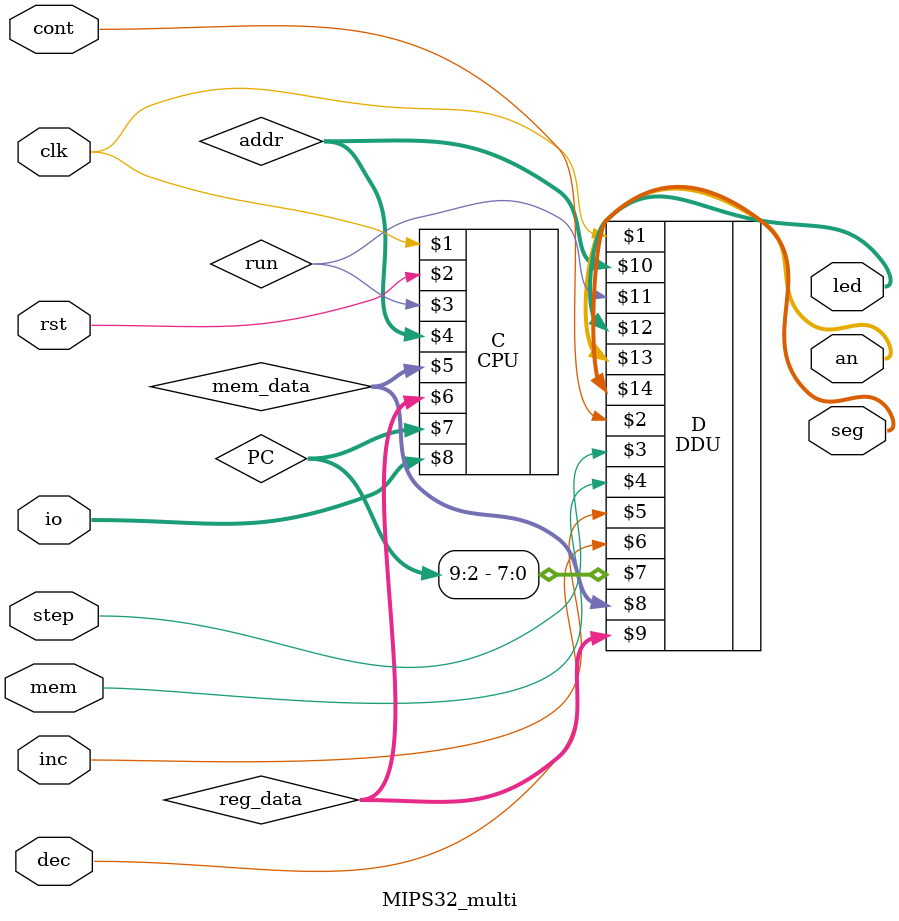
<source format=v>
`timescale 1ns / 1ps

module MIPS32_multi(
    input clk,rst,
    input cont,step,mem,inc,dec,
    input [7:0]io,
    output [15:0]led,
    output [7:0]an,
    output [6:0]seg
    );
    wire run;
    wire [7:0]addr;
    wire [31:0]mem_data,reg_data;
    wire [31:0]PC;
    CPU C(clk,rst,run,addr,mem_data,reg_data,PC,io);
    DDU D(clk,cont,step,mem,inc,dec,PC[9:2],mem_data,reg_data,addr,run,led,an,seg);
endmodule

</source>
